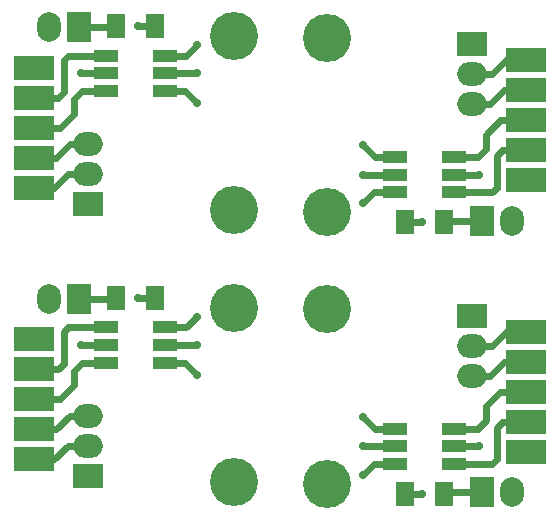
<source format=gtl>
G04 (created by PCBNEW (2013-may-18)-stable) date Сб 21 ноя 2015 22:02:29*
%MOIN*%
G04 Gerber Fmt 3.4, Leading zero omitted, Abs format*
%FSLAX34Y34*%
G01*
G70*
G90*
G04 APERTURE LIST*
%ADD10C,0.00590551*%
%ADD11C,0.16*%
%ADD12R,0.0787402X0.0984252*%
%ADD13O,0.0787402X0.0984252*%
%ADD14R,0.0984252X0.0787402*%
%ADD15O,0.0984252X0.0787402*%
%ADD16R,0.0787402X0.0393701*%
%ADD17R,0.137795X0.0787402*%
%ADD18R,0.06X0.08*%
%ADD19C,0.0275591*%
%ADD20C,0.023622*%
G04 APERTURE END LIST*
G54D10*
G54D11*
X36761Y-24360D03*
X36761Y-30167D03*
G54D12*
X41931Y-30462D03*
G54D13*
X42931Y-30462D03*
G54D14*
X41604Y-24580D03*
G54D15*
X41604Y-25580D03*
X41604Y-26580D03*
G54D16*
X41013Y-29517D03*
X41013Y-28927D03*
X41013Y-28336D03*
X39045Y-28336D03*
X39045Y-28927D03*
X39045Y-29517D03*
G54D17*
X43415Y-27116D03*
X43415Y-28116D03*
X43415Y-29116D03*
X43415Y-26116D03*
X43415Y-25116D03*
G54D18*
X40679Y-30501D03*
X39379Y-30501D03*
X40679Y-21446D03*
X39379Y-21446D03*
G54D17*
X43415Y-18061D03*
X43415Y-19061D03*
X43415Y-20061D03*
X43415Y-17061D03*
X43415Y-16061D03*
G54D16*
X41013Y-20462D03*
X41013Y-19872D03*
X41013Y-19281D03*
X39045Y-19281D03*
X39045Y-19872D03*
X39045Y-20462D03*
G54D14*
X41604Y-15525D03*
G54D15*
X41604Y-16525D03*
X41604Y-17525D03*
G54D12*
X41931Y-21407D03*
G54D13*
X42931Y-21407D03*
G54D11*
X36761Y-21112D03*
X36761Y-15305D03*
X33661Y-30118D03*
X33661Y-24311D03*
G54D12*
X28492Y-24015D03*
G54D13*
X27492Y-24015D03*
G54D14*
X28818Y-29897D03*
G54D15*
X28818Y-28897D03*
X28818Y-27897D03*
G54D16*
X29409Y-24960D03*
X29409Y-25551D03*
X29409Y-26141D03*
X31377Y-26141D03*
X31377Y-25551D03*
X31377Y-24960D03*
G54D17*
X27007Y-27362D03*
X27007Y-26362D03*
X27007Y-25362D03*
X27007Y-28362D03*
X27007Y-29362D03*
G54D18*
X29743Y-23976D03*
X31043Y-23976D03*
X29743Y-14921D03*
X31043Y-14921D03*
G54D17*
X27007Y-18307D03*
X27007Y-17307D03*
X27007Y-16307D03*
X27007Y-19307D03*
X27007Y-20307D03*
G54D16*
X29409Y-15905D03*
X29409Y-16496D03*
X29409Y-17086D03*
X31377Y-17086D03*
X31377Y-16496D03*
X31377Y-15905D03*
G54D14*
X28818Y-20842D03*
G54D15*
X28818Y-19842D03*
X28818Y-18842D03*
G54D12*
X28492Y-14960D03*
G54D13*
X27492Y-14960D03*
G54D11*
X33661Y-15255D03*
X33661Y-21062D03*
G54D19*
X39950Y-30501D03*
X39950Y-21446D03*
X30472Y-23976D03*
X30472Y-14921D03*
X41840Y-28927D03*
X41840Y-19872D03*
X28582Y-25551D03*
X28582Y-16496D03*
X37982Y-29872D03*
X37982Y-20816D03*
X32440Y-24606D03*
X32440Y-15551D03*
X37982Y-28927D03*
X37982Y-19872D03*
X32440Y-25551D03*
X32440Y-16496D03*
X37982Y-27942D03*
X37982Y-18887D03*
X32440Y-26535D03*
X32440Y-17480D03*
G54D20*
X42683Y-26116D02*
X42218Y-26580D01*
X42218Y-26580D02*
X41604Y-26580D01*
X43415Y-26116D02*
X42683Y-26116D01*
X43415Y-17061D02*
X42683Y-17061D01*
X42218Y-17525D02*
X41604Y-17525D01*
X42683Y-17061D02*
X42218Y-17525D01*
X27740Y-28362D02*
X28204Y-27897D01*
X28204Y-27897D02*
X28818Y-27897D01*
X27007Y-28362D02*
X27740Y-28362D01*
X27007Y-19307D02*
X27740Y-19307D01*
X28204Y-18842D02*
X28818Y-18842D01*
X27740Y-19307D02*
X28204Y-18842D01*
X39379Y-30501D02*
X39950Y-30501D01*
X39379Y-21446D02*
X39950Y-21446D01*
X31043Y-23976D02*
X30472Y-23976D01*
X31043Y-14921D02*
X30472Y-14921D01*
X42738Y-25116D02*
X42273Y-25580D01*
X42273Y-25580D02*
X41604Y-25580D01*
X43415Y-25116D02*
X42738Y-25116D01*
X43415Y-16061D02*
X42738Y-16061D01*
X42273Y-16525D02*
X41604Y-16525D01*
X42738Y-16061D02*
X42273Y-16525D01*
X27685Y-29362D02*
X28149Y-28897D01*
X28149Y-28897D02*
X28818Y-28897D01*
X27007Y-29362D02*
X27685Y-29362D01*
X27007Y-20307D02*
X27685Y-20307D01*
X28149Y-19842D02*
X28818Y-19842D01*
X27685Y-20307D02*
X28149Y-19842D01*
X42549Y-27116D02*
X42076Y-27588D01*
X42076Y-27588D02*
X42076Y-28061D01*
X42076Y-28061D02*
X41801Y-28336D01*
X41801Y-28336D02*
X41013Y-28336D01*
X43415Y-27116D02*
X42549Y-27116D01*
X43415Y-18061D02*
X42549Y-18061D01*
X41801Y-19281D02*
X41013Y-19281D01*
X42076Y-19005D02*
X41801Y-19281D01*
X42076Y-18533D02*
X42076Y-19005D01*
X42549Y-18061D02*
X42076Y-18533D01*
X27874Y-27362D02*
X28346Y-26889D01*
X28346Y-26889D02*
X28346Y-26417D01*
X28346Y-26417D02*
X28622Y-26141D01*
X28622Y-26141D02*
X29409Y-26141D01*
X27007Y-27362D02*
X27874Y-27362D01*
X27007Y-18307D02*
X27874Y-18307D01*
X28622Y-17086D02*
X29409Y-17086D01*
X28346Y-17362D02*
X28622Y-17086D01*
X28346Y-17834D02*
X28346Y-17362D01*
X27874Y-18307D02*
X28346Y-17834D01*
X41840Y-28927D02*
X41013Y-28927D01*
X41840Y-19872D02*
X41013Y-19872D01*
X28582Y-25551D02*
X29409Y-25551D01*
X28582Y-16496D02*
X29409Y-16496D01*
X42612Y-28116D02*
X42431Y-28297D01*
X42431Y-28297D02*
X42431Y-29360D01*
X42431Y-29360D02*
X42273Y-29517D01*
X42273Y-29517D02*
X41013Y-29517D01*
X43415Y-28116D02*
X42612Y-28116D01*
X43415Y-19061D02*
X42612Y-19061D01*
X42273Y-20462D02*
X41013Y-20462D01*
X42431Y-20305D02*
X42273Y-20462D01*
X42431Y-19242D02*
X42431Y-20305D01*
X42612Y-19061D02*
X42431Y-19242D01*
X27811Y-26362D02*
X27992Y-26181D01*
X27992Y-26181D02*
X27992Y-25118D01*
X27992Y-25118D02*
X28149Y-24960D01*
X28149Y-24960D02*
X29409Y-24960D01*
X27007Y-26362D02*
X27811Y-26362D01*
X27007Y-17307D02*
X27811Y-17307D01*
X28149Y-15905D02*
X29409Y-15905D01*
X27992Y-16062D02*
X28149Y-15905D01*
X27992Y-17125D02*
X27992Y-16062D01*
X27811Y-17307D02*
X27992Y-17125D01*
X37982Y-29872D02*
X38336Y-29517D01*
X38336Y-29517D02*
X39045Y-29517D01*
X38336Y-20462D02*
X39045Y-20462D01*
X37982Y-20816D02*
X38336Y-20462D01*
X32440Y-24606D02*
X32086Y-24960D01*
X32086Y-24960D02*
X31377Y-24960D01*
X32086Y-15905D02*
X31377Y-15905D01*
X32440Y-15551D02*
X32086Y-15905D01*
X39045Y-28927D02*
X37982Y-28927D01*
X39045Y-19872D02*
X37982Y-19872D01*
X31377Y-25551D02*
X32440Y-25551D01*
X31377Y-16496D02*
X32440Y-16496D01*
X37982Y-27942D02*
X38375Y-28336D01*
X38375Y-28336D02*
X39045Y-28336D01*
X38375Y-19281D02*
X39045Y-19281D01*
X37982Y-18887D02*
X38375Y-19281D01*
X32440Y-26535D02*
X32047Y-26141D01*
X32047Y-26141D02*
X31377Y-26141D01*
X32047Y-17086D02*
X31377Y-17086D01*
X32440Y-17480D02*
X32047Y-17086D01*
X40718Y-30462D02*
X40679Y-30501D01*
X41931Y-30462D02*
X40718Y-30462D01*
X41931Y-21407D02*
X40718Y-21407D01*
X40718Y-21407D02*
X40679Y-21446D01*
X29704Y-24015D02*
X29743Y-23976D01*
X28492Y-24015D02*
X29704Y-24015D01*
X28492Y-14960D02*
X29704Y-14960D01*
X29704Y-14960D02*
X29743Y-14921D01*
M02*

</source>
